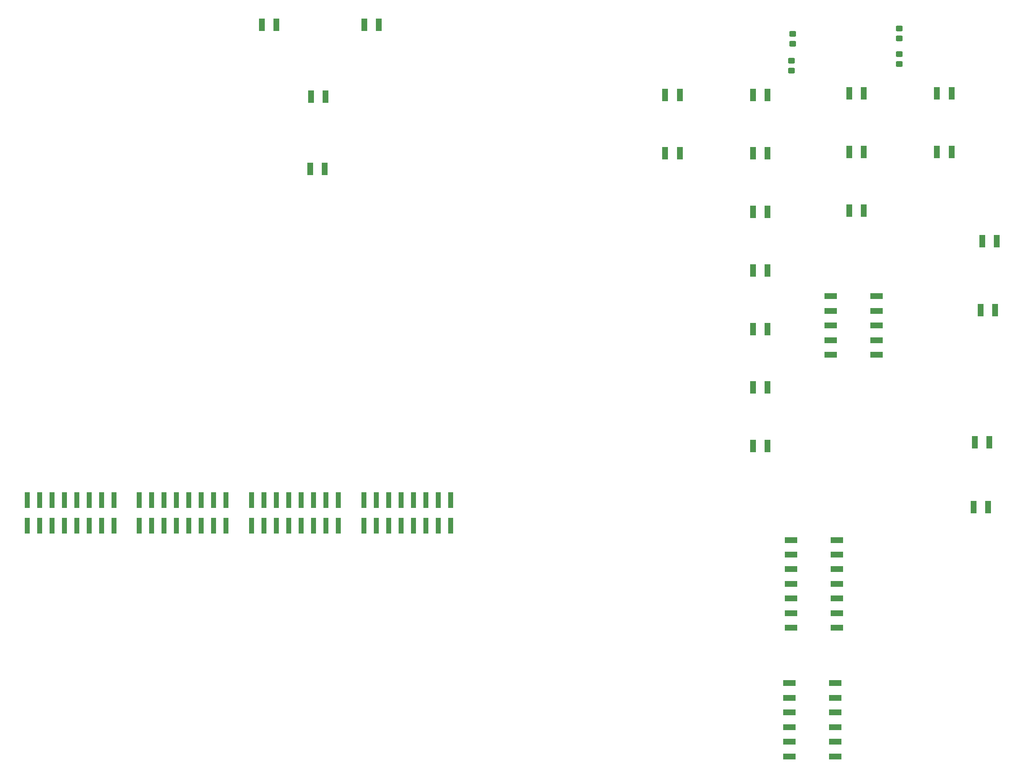
<source format=gtp>
G04 #@! TF.GenerationSoftware,KiCad,Pcbnew,8.0.2*
G04 #@! TF.CreationDate,2024-05-16T19:18:51+09:30*
G04 #@! TF.ProjectId,Motherboard 2024,4d6f7468-6572-4626-9f61-726420323032,rev?*
G04 #@! TF.SameCoordinates,Original*
G04 #@! TF.FileFunction,Paste,Top*
G04 #@! TF.FilePolarity,Positive*
%FSLAX46Y46*%
G04 Gerber Fmt 4.6, Leading zero omitted, Abs format (unit mm)*
G04 Created by KiCad (PCBNEW 8.0.2) date 2024-05-16 19:18:51*
%MOMM*%
%LPD*%
G01*
G04 APERTURE LIST*
G04 Aperture macros list*
%AMRoundRect*
0 Rectangle with rounded corners*
0 $1 Rounding radius*
0 $2 $3 $4 $5 $6 $7 $8 $9 X,Y pos of 4 corners*
0 Add a 4 corners polygon primitive as box body*
4,1,4,$2,$3,$4,$5,$6,$7,$8,$9,$2,$3,0*
0 Add four circle primitives for the rounded corners*
1,1,$1+$1,$2,$3*
1,1,$1+$1,$4,$5*
1,1,$1+$1,$6,$7*
1,1,$1+$1,$8,$9*
0 Add four rect primitives between the rounded corners*
20,1,$1+$1,$2,$3,$4,$5,0*
20,1,$1+$1,$4,$5,$6,$7,0*
20,1,$1+$1,$6,$7,$8,$9,0*
20,1,$1+$1,$8,$9,$2,$3,0*%
G04 Aperture macros list end*
%ADD10R,1.270000X2.540000*%
%ADD11R,2.540000X1.270000*%
%ADD12RoundRect,0.250000X-0.450000X0.325000X-0.450000X-0.325000X0.450000X-0.325000X0.450000X0.325000X0*%
%ADD13R,1.140000X3.175000*%
G04 APERTURE END LIST*
D10*
X276057200Y-68594600D03*
X273057200Y-68594600D03*
D11*
X298549600Y-192230000D03*
X298549600Y-189230000D03*
X298549600Y-186230000D03*
X298549600Y-183230000D03*
X298549600Y-180230000D03*
X298549600Y-177230000D03*
X307949600Y-192230000D03*
X307949600Y-189230000D03*
X307949600Y-186230000D03*
X307949600Y-183230000D03*
X307949600Y-180230000D03*
X307949600Y-177230000D03*
D10*
X294057200Y-68594600D03*
X291057200Y-68594600D03*
X294057200Y-116594600D03*
X291057200Y-116594600D03*
X276057200Y-56594600D03*
X273057200Y-56594600D03*
X203277600Y-71795000D03*
X200277600Y-71795000D03*
D12*
X321005200Y-48242000D03*
X321005200Y-50292000D03*
D10*
X340699200Y-100720000D03*
X337699200Y-100720000D03*
D13*
X142294851Y-144904138D03*
X142294851Y-139699138D03*
X144834851Y-144904138D03*
X144834851Y-139699138D03*
X147374851Y-144904138D03*
X147374851Y-139699138D03*
X149914851Y-144904138D03*
X149914851Y-139699138D03*
X152454851Y-144904138D03*
X152454851Y-139699138D03*
X154994851Y-144904138D03*
X154994851Y-139699138D03*
X157534851Y-144904138D03*
X157534851Y-139699138D03*
X160074851Y-144904138D03*
X160074851Y-139699138D03*
X165294851Y-144904138D03*
X165294851Y-139699138D03*
X167834851Y-144904138D03*
X167834851Y-139699138D03*
X170374851Y-144904138D03*
X170374851Y-139699138D03*
X172914851Y-144904138D03*
X172914851Y-139699138D03*
X175454851Y-144904138D03*
X175454851Y-139699138D03*
X177994851Y-144904138D03*
X177994851Y-139699138D03*
X180534851Y-144904138D03*
X180534851Y-139699138D03*
X183074851Y-144904138D03*
X183074851Y-139699138D03*
D10*
X331760000Y-68320800D03*
X328760000Y-68320800D03*
X331760000Y-56320800D03*
X328760000Y-56320800D03*
X294057200Y-104594600D03*
X291057200Y-104594600D03*
D12*
X299161200Y-44085400D03*
X299161200Y-46135400D03*
D10*
X294057200Y-92594600D03*
X291057200Y-92594600D03*
D11*
X316408800Y-97881150D03*
X316408800Y-100881150D03*
X316408800Y-103881150D03*
X316408800Y-106881150D03*
X316408800Y-109881150D03*
X307008800Y-97881150D03*
X307008800Y-100881150D03*
X307008800Y-103881150D03*
X307008800Y-106881150D03*
X307008800Y-109881150D03*
D10*
X339269200Y-141086200D03*
X336269200Y-141086200D03*
X294057200Y-56594600D03*
X291057200Y-56594600D03*
X339530800Y-127847200D03*
X336530800Y-127847200D03*
D12*
X321005200Y-43009600D03*
X321005200Y-45059600D03*
D10*
X341023200Y-86563200D03*
X338023200Y-86563200D03*
X313760000Y-56320800D03*
X310760000Y-56320800D03*
D11*
X298854400Y-165864800D03*
X298854400Y-162864800D03*
X298854400Y-159864800D03*
X298854400Y-156864800D03*
X298854400Y-153864800D03*
X298854400Y-150864800D03*
X298854400Y-147864800D03*
X308254400Y-165864800D03*
X308254400Y-162864800D03*
X308254400Y-159864800D03*
X308254400Y-156864800D03*
X308254400Y-153864800D03*
X308254400Y-150864800D03*
X308254400Y-147864800D03*
D10*
X203454000Y-56954400D03*
X200454000Y-56954400D03*
X214364000Y-42198400D03*
X211364000Y-42198400D03*
X313760000Y-80320800D03*
X310760000Y-80320800D03*
X294057200Y-128594600D03*
X291057200Y-128594600D03*
X313760000Y-68320800D03*
X310760000Y-68320800D03*
X294057200Y-80594600D03*
X291057200Y-80594600D03*
X193364000Y-42198400D03*
X190364000Y-42198400D03*
D13*
X211294851Y-144904138D03*
X211294851Y-139699138D03*
X213834851Y-144904138D03*
X213834851Y-139699138D03*
X216374851Y-144904138D03*
X216374851Y-139699138D03*
X218914851Y-144904138D03*
X218914851Y-139699138D03*
X221454851Y-144904138D03*
X221454851Y-139699138D03*
X223994851Y-144904138D03*
X223994851Y-139699138D03*
X226534851Y-144904138D03*
X226534851Y-139699138D03*
X229074851Y-144904138D03*
X229074851Y-139699138D03*
X188294851Y-144904138D03*
X188294851Y-139699138D03*
X190834851Y-144904138D03*
X190834851Y-139699138D03*
X193374851Y-144904138D03*
X193374851Y-139699138D03*
X195914851Y-144904138D03*
X195914851Y-139699138D03*
X198454851Y-144904138D03*
X198454851Y-139699138D03*
X200994851Y-144904138D03*
X200994851Y-139699138D03*
X203534851Y-144904138D03*
X203534851Y-139699138D03*
X206074851Y-144904138D03*
X206074851Y-139699138D03*
D12*
X298958000Y-49571800D03*
X298958000Y-51621800D03*
M02*

</source>
